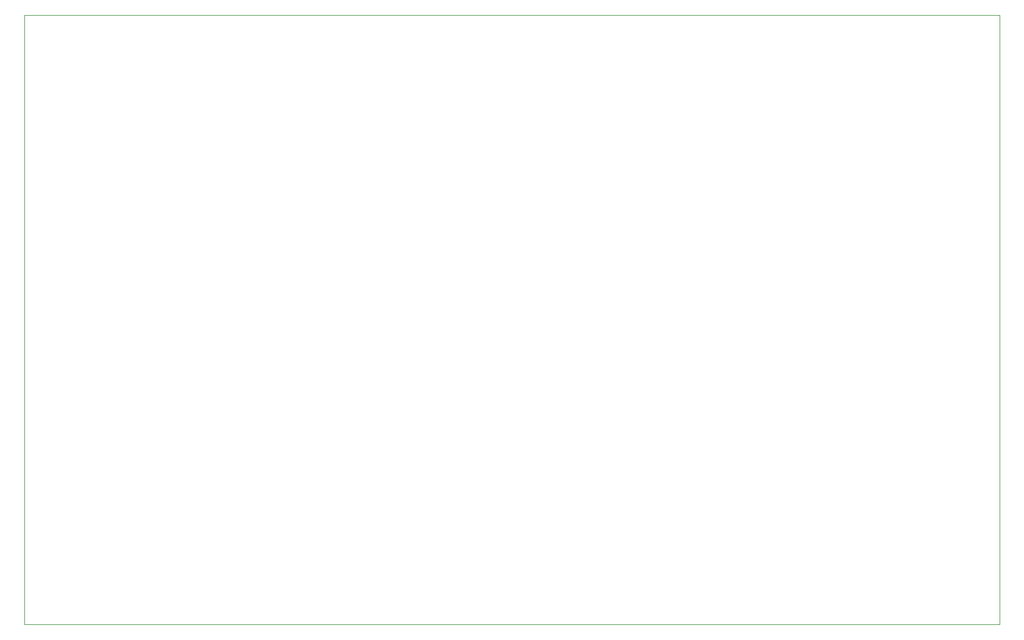
<source format=gm1>
G04 #@! TF.GenerationSoftware,KiCad,Pcbnew,(5.1.9)-1*
G04 #@! TF.CreationDate,2021-01-28T15:57:22-05:00*
G04 #@! TF.ProjectId,SensorBoard,53656e73-6f72-4426-9f61-72642e6b6963,rev?*
G04 #@! TF.SameCoordinates,Original*
G04 #@! TF.FileFunction,Profile,NP*
%FSLAX46Y46*%
G04 Gerber Fmt 4.6, Leading zero omitted, Abs format (unit mm)*
G04 Created by KiCad (PCBNEW (5.1.9)-1) date 2021-01-28 15:57:22*
%MOMM*%
%LPD*%
G01*
G04 APERTURE LIST*
G04 #@! TA.AperFunction,Profile*
%ADD10C,0.050000*%
G04 #@! TD*
G04 APERTURE END LIST*
D10*
X221800000Y-150700000D02*
X79600000Y-150700000D01*
X221800000Y-61700000D02*
X221800000Y-150700000D01*
X79600000Y-61700000D02*
X221800000Y-61700000D01*
X79600000Y-61700000D02*
X79600000Y-150700000D01*
M02*

</source>
